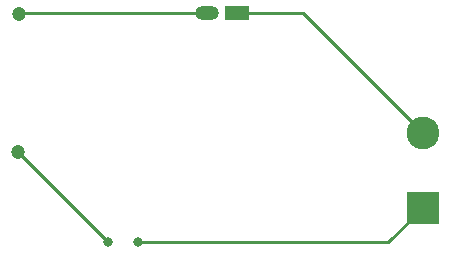
<source format=gbr>
%TF.GenerationSoftware,Altium Limited,Altium Designer,24.3.1 (35)*%
G04 Layer_Physical_Order=1*
G04 Layer_Color=255*
%FSLAX45Y45*%
%MOMM*%
%TF.SameCoordinates,E851E176-8CB6-418E-8C67-C8CBA5644839*%
%TF.FilePolarity,Positive*%
%TF.FileFunction,Copper,L1,Top,Signal*%
%TF.Part,Single*%
G01*
G75*
%TA.AperFunction,Conductor*%
%ADD10C,0.25400*%
%TA.AperFunction,ComponentPad*%
%ADD11C,1.20000*%
%ADD12R,2.77500X2.77500*%
%ADD13C,2.77500*%
%ADD14R,2.00000X1.20000*%
%ADD15O,2.00000X1.20000*%
%ADD16C,0.80000*%
D10*
X7962900Y8737600D02*
X8978900Y7721600D01*
X7404100Y8737600D02*
X7962900D01*
X8686800Y6794500D02*
X8978900Y7086600D01*
X6565900Y6794500D02*
X8686800D01*
X5549900Y7556500D02*
X6311900Y6794500D01*
X5568950Y8731250D02*
X7143750D01*
X7150100Y8737600D01*
X5562600Y8724900D02*
X5568950Y8731250D01*
D11*
X5549900Y7556500D02*
D03*
X5562600Y8724900D02*
D03*
D12*
X8978900Y7086600D02*
D03*
D13*
Y7721600D02*
D03*
D14*
X7404100Y8737600D02*
D03*
D15*
X7150100D02*
D03*
D16*
X6311900Y6794500D02*
D03*
X6565900D02*
D03*
%TF.MD5,acf095567b710b03d4569192e997124d*%
M02*

</source>
